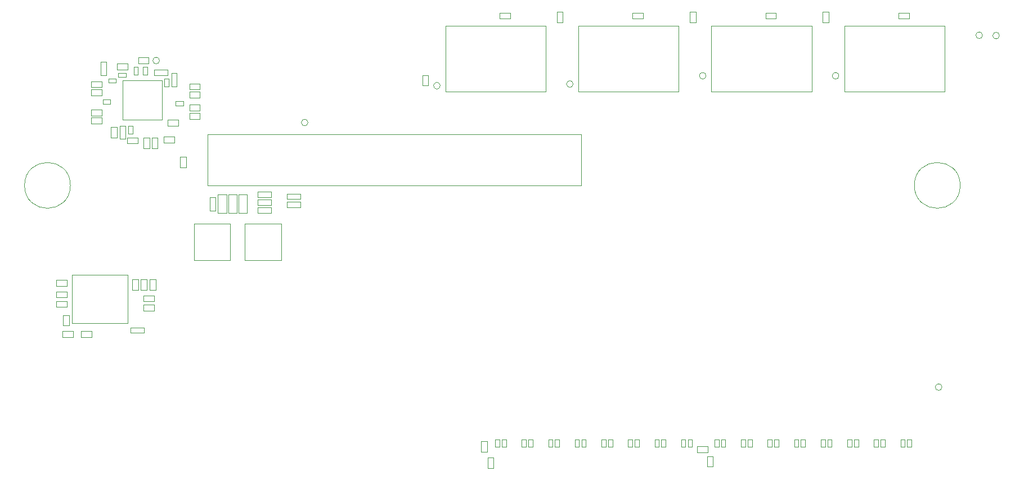
<source format=gbr>
%TF.GenerationSoftware,KiCad,Pcbnew,(5.1.5)-3*%
%TF.CreationDate,2022-02-01T02:21:16+01:00*%
%TF.ProjectId,Riser Leopard 2OU PCIe x8 4xOculink,52697365-7220-44c6-956f-706172642032,rev?*%
%TF.SameCoordinates,PX459e440PY54cbc38*%
%TF.FileFunction,Other,User*%
%FSLAX46Y46*%
G04 Gerber Fmt 4.6, Leading zero omitted, Abs format (unit mm)*
G04 Created by KiCad (PCBNEW (5.1.5)-3) date 2022-02-01 02:21:16*
%MOMM*%
%LPD*%
G04 APERTURE LIST*
%ADD10C,0.050000*%
%ADD11C,0.120000*%
%ADD12C,0.040000*%
%ADD13C,0.100000*%
G04 APERTURE END LIST*
D10*
%TO.C,R34*%
X14450000Y-16585000D02*
X16050000Y-16585000D01*
X14450000Y-16585000D02*
X14450000Y-17485000D01*
X16050000Y-17485000D02*
X16050000Y-16585000D01*
X16050000Y-17485000D02*
X14450000Y-17485000D01*
D11*
%TO.C,C1*%
X35200000Y-5735000D02*
X35200000Y-11235000D01*
X35200000Y-11235000D02*
X33900000Y-11235000D01*
X33900000Y-11235000D02*
X29700000Y-11235000D01*
X29700000Y-11235000D02*
X29700000Y-5735000D01*
X29700000Y-5735000D02*
X35200000Y-5735000D01*
D10*
%TO.C,C2*%
X31650000Y-985000D02*
X33650000Y-985000D01*
X31650000Y-985000D02*
X31650000Y-1785000D01*
X33650000Y-1785000D02*
X33650000Y-985000D01*
X33650000Y-1785000D02*
X31650000Y-1785000D01*
%TO.C,C3*%
X33650000Y-2960000D02*
X31650000Y-2960000D01*
X33650000Y-2960000D02*
X33650000Y-2160000D01*
X31650000Y-2160000D02*
X31650000Y-2960000D01*
X31650000Y-2160000D02*
X33650000Y-2160000D01*
%TO.C,C4*%
X33650000Y-4135000D02*
X31650000Y-4135000D01*
X33650000Y-4135000D02*
X33650000Y-3335000D01*
X31650000Y-3335000D02*
X31650000Y-4135000D01*
X31650000Y-3335000D02*
X33650000Y-3335000D01*
%TO.C,C5*%
X38050000Y-2085000D02*
X36050000Y-2085000D01*
X38050000Y-2085000D02*
X38050000Y-1285000D01*
X36050000Y-1285000D02*
X36050000Y-2085000D01*
X36050000Y-1285000D02*
X38050000Y-1285000D01*
%TO.C,C6*%
X36045001Y-2490001D02*
X38045001Y-2490001D01*
X36045001Y-2490001D02*
X36045001Y-3290001D01*
X38045001Y-3290001D02*
X38045001Y-2490001D01*
X38045001Y-3290001D02*
X36045001Y-3290001D01*
D11*
%TO.C,C7*%
X27525000Y-11235000D02*
X22025000Y-11235000D01*
X27525000Y-5735000D02*
X27525000Y-11235000D01*
X23325000Y-5735000D02*
X27525000Y-5735000D01*
X22025000Y-5735000D02*
X23325000Y-5735000D01*
X22025000Y-11235000D02*
X22025000Y-5735000D01*
D10*
%TO.C,C8*%
X30050000Y-1385000D02*
X30050000Y-4185000D01*
X30050000Y-1385000D02*
X28750000Y-1385000D01*
X28750000Y-4185000D02*
X30050000Y-4185000D01*
X28750000Y-4185000D02*
X28750000Y-1385000D01*
%TO.C,C9*%
X27200000Y-4185000D02*
X27200000Y-1385000D01*
X27200000Y-4185000D02*
X28500000Y-4185000D01*
X28500000Y-1385000D02*
X27200000Y-1385000D01*
X28500000Y-1385000D02*
X28500000Y-4185000D01*
%TO.C,C10*%
X26950000Y-1385000D02*
X26950000Y-4185000D01*
X26950000Y-1385000D02*
X25650000Y-1385000D01*
X25650000Y-4185000D02*
X26950000Y-4185000D01*
X25650000Y-4185000D02*
X25650000Y-1385000D01*
%TO.C,C11*%
X24475000Y-3785000D02*
X24475000Y-1785000D01*
X24475000Y-3785000D02*
X25275000Y-3785000D01*
X25275000Y-1785000D02*
X24475000Y-1785000D01*
X25275000Y-1785000D02*
X25275000Y-3785000D01*
%TO.C,C12*%
X84020000Y-38255000D02*
X84020000Y-39415000D01*
X84020000Y-38255000D02*
X83370000Y-38255000D01*
X83370000Y-39415000D02*
X84020000Y-39415000D01*
X83370000Y-39415000D02*
X83370000Y-38255000D01*
%TO.C,C13*%
X88020000Y-38255000D02*
X88020000Y-39415000D01*
X88020000Y-38255000D02*
X87370000Y-38255000D01*
X87370000Y-39415000D02*
X88020000Y-39415000D01*
X87370000Y-39415000D02*
X87370000Y-38255000D01*
%TO.C,C14*%
X92020000Y-38255000D02*
X92020000Y-39415000D01*
X92020000Y-38255000D02*
X91370000Y-38255000D01*
X91370000Y-39415000D02*
X92020000Y-39415000D01*
X91370000Y-39415000D02*
X91370000Y-38255000D01*
%TO.C,C15*%
X95370000Y-39415000D02*
X95370000Y-38255000D01*
X95370000Y-39415000D02*
X96020000Y-39415000D01*
X96020000Y-38255000D02*
X95370000Y-38255000D01*
X96020000Y-38255000D02*
X96020000Y-39415000D01*
%TO.C,C16*%
X84370000Y-39415000D02*
X84370000Y-38255000D01*
X84370000Y-39415000D02*
X85020000Y-39415000D01*
X85020000Y-38255000D02*
X84370000Y-38255000D01*
X85020000Y-38255000D02*
X85020000Y-39415000D01*
%TO.C,C17*%
X88370000Y-39415000D02*
X88370000Y-38255000D01*
X88370000Y-39415000D02*
X89020000Y-39415000D01*
X89020000Y-38255000D02*
X88370000Y-38255000D01*
X89020000Y-38255000D02*
X89020000Y-39415000D01*
%TO.C,C18*%
X92370000Y-39415000D02*
X92370000Y-38255000D01*
X92370000Y-39415000D02*
X93020000Y-39415000D01*
X93020000Y-38255000D02*
X92370000Y-38255000D01*
X93020000Y-38255000D02*
X93020000Y-39415000D01*
%TO.C,C19*%
X96370000Y-39415000D02*
X96370000Y-38255000D01*
X96370000Y-39415000D02*
X97020000Y-39415000D01*
X97020000Y-38255000D02*
X96370000Y-38255000D01*
X97020000Y-38255000D02*
X97020000Y-39415000D01*
%TO.C,C20*%
X68020000Y-38255000D02*
X68020000Y-39415000D01*
X68020000Y-38255000D02*
X67370000Y-38255000D01*
X67370000Y-39415000D02*
X68020000Y-39415000D01*
X67370000Y-39415000D02*
X67370000Y-38255000D01*
%TO.C,C21*%
X72020000Y-38255000D02*
X72020000Y-39415000D01*
X72020000Y-38255000D02*
X71370000Y-38255000D01*
X71370000Y-39415000D02*
X72020000Y-39415000D01*
X71370000Y-39415000D02*
X71370000Y-38255000D01*
%TO.C,C22*%
X76020000Y-38255000D02*
X76020000Y-39415000D01*
X76020000Y-38255000D02*
X75370000Y-38255000D01*
X75370000Y-39415000D02*
X76020000Y-39415000D01*
X75370000Y-39415000D02*
X75370000Y-38255000D01*
%TO.C,C23*%
X80020000Y-38255000D02*
X80020000Y-39415000D01*
X80020000Y-38255000D02*
X79370000Y-38255000D01*
X79370000Y-39415000D02*
X80020000Y-39415000D01*
X79370000Y-39415000D02*
X79370000Y-38255000D01*
%TO.C,C24*%
X68370000Y-39415000D02*
X68370000Y-38255000D01*
X68370000Y-39415000D02*
X69020000Y-39415000D01*
X69020000Y-38255000D02*
X68370000Y-38255000D01*
X69020000Y-38255000D02*
X69020000Y-39415000D01*
%TO.C,C25*%
X72370000Y-39415000D02*
X72370000Y-38255000D01*
X72370000Y-39415000D02*
X73020000Y-39415000D01*
X73020000Y-38255000D02*
X72370000Y-38255000D01*
X73020000Y-38255000D02*
X73020000Y-39415000D01*
%TO.C,C26*%
X76370000Y-39415000D02*
X76370000Y-38255000D01*
X76370000Y-39415000D02*
X77020000Y-39415000D01*
X77020000Y-38255000D02*
X76370000Y-38255000D01*
X77020000Y-38255000D02*
X77020000Y-39415000D01*
%TO.C,C27*%
X80370000Y-39415000D02*
X80370000Y-38255000D01*
X80370000Y-39415000D02*
X81020000Y-39415000D01*
X81020000Y-38255000D02*
X80370000Y-38255000D01*
X81020000Y-38255000D02*
X81020000Y-39415000D01*
%TO.C,C28*%
X117020000Y-38255000D02*
X117020000Y-39415000D01*
X117020000Y-38255000D02*
X116370000Y-38255000D01*
X116370000Y-39415000D02*
X117020000Y-39415000D01*
X116370000Y-39415000D02*
X116370000Y-38255000D01*
%TO.C,C29*%
X120370000Y-39415000D02*
X120370000Y-38255000D01*
X120370000Y-39415000D02*
X121020000Y-39415000D01*
X121020000Y-38255000D02*
X120370000Y-38255000D01*
X121020000Y-38255000D02*
X121020000Y-39415000D01*
%TO.C,C30*%
X124370000Y-39415000D02*
X124370000Y-38255000D01*
X124370000Y-39415000D02*
X125020000Y-39415000D01*
X125020000Y-38255000D02*
X124370000Y-38255000D01*
X125020000Y-38255000D02*
X125020000Y-39415000D01*
%TO.C,C31*%
X128370000Y-39415000D02*
X128370000Y-38255000D01*
X128370000Y-39415000D02*
X129020000Y-39415000D01*
X129020000Y-38255000D02*
X128370000Y-38255000D01*
X129020000Y-38255000D02*
X129020000Y-39415000D01*
%TO.C,C32*%
X118020000Y-38255000D02*
X118020000Y-39415000D01*
X118020000Y-38255000D02*
X117370000Y-38255000D01*
X117370000Y-39415000D02*
X118020000Y-39415000D01*
X117370000Y-39415000D02*
X117370000Y-38255000D01*
%TO.C,C33*%
X122020000Y-38255000D02*
X122020000Y-39415000D01*
X122020000Y-38255000D02*
X121370000Y-38255000D01*
X121370000Y-39415000D02*
X122020000Y-39415000D01*
X121370000Y-39415000D02*
X121370000Y-38255000D01*
%TO.C,C34*%
X126020000Y-38255000D02*
X126020000Y-39415000D01*
X126020000Y-38255000D02*
X125370000Y-38255000D01*
X125370000Y-39415000D02*
X126020000Y-39415000D01*
X125370000Y-39415000D02*
X125370000Y-38255000D01*
%TO.C,C35*%
X130020000Y-38255000D02*
X130020000Y-39415000D01*
X130020000Y-38255000D02*
X129370000Y-38255000D01*
X129370000Y-39415000D02*
X130020000Y-39415000D01*
X129370000Y-39415000D02*
X129370000Y-38255000D01*
%TO.C,C36*%
X100370000Y-39415000D02*
X100370000Y-38255000D01*
X100370000Y-39415000D02*
X101020000Y-39415000D01*
X101020000Y-38255000D02*
X100370000Y-38255000D01*
X101020000Y-38255000D02*
X101020000Y-39415000D01*
%TO.C,C37*%
X104370000Y-39415000D02*
X104370000Y-38255000D01*
X104370000Y-39415000D02*
X105020000Y-39415000D01*
X105020000Y-38255000D02*
X104370000Y-38255000D01*
X105020000Y-38255000D02*
X105020000Y-39415000D01*
%TO.C,C38*%
X108370000Y-39415000D02*
X108370000Y-38255000D01*
X108370000Y-39415000D02*
X109020000Y-39415000D01*
X109020000Y-38255000D02*
X108370000Y-38255000D01*
X109020000Y-38255000D02*
X109020000Y-39415000D01*
%TO.C,C39*%
X113020000Y-38255000D02*
X113020000Y-39415000D01*
X113020000Y-38255000D02*
X112370000Y-38255000D01*
X112370000Y-39415000D02*
X113020000Y-39415000D01*
X112370000Y-39415000D02*
X112370000Y-38255000D01*
%TO.C,C40*%
X102020000Y-38255000D02*
X102020000Y-39415000D01*
X102020000Y-38255000D02*
X101370000Y-38255000D01*
X101370000Y-39415000D02*
X102020000Y-39415000D01*
X101370000Y-39415000D02*
X101370000Y-38255000D01*
%TO.C,C41*%
X106020000Y-38255000D02*
X106020000Y-39415000D01*
X106020000Y-38255000D02*
X105370000Y-38255000D01*
X105370000Y-39415000D02*
X106020000Y-39415000D01*
X105370000Y-39415000D02*
X105370000Y-38255000D01*
%TO.C,C42*%
X110020000Y-38255000D02*
X110020000Y-39415000D01*
X110020000Y-38255000D02*
X109370000Y-38255000D01*
X109370000Y-39415000D02*
X110020000Y-39415000D01*
X109370000Y-39415000D02*
X109370000Y-38255000D01*
%TO.C,C43*%
X113370000Y-39415000D02*
X113370000Y-38255000D01*
X113370000Y-39415000D02*
X114020000Y-39415000D01*
X114020000Y-38255000D02*
X113370000Y-38255000D01*
X114020000Y-38255000D02*
X114020000Y-39415000D01*
%TO.C,C44*%
X12830000Y8945000D02*
X12830000Y7785000D01*
X12830000Y8945000D02*
X12180000Y8945000D01*
X12180000Y7785000D02*
X12830000Y7785000D01*
X12180000Y7785000D02*
X12180000Y8945000D01*
%TO.C,C45*%
X11830000Y16285000D02*
X10670000Y16285000D01*
X11830000Y16285000D02*
X11830000Y16935000D01*
X10670000Y16935000D02*
X10670000Y16285000D01*
X10670000Y16935000D02*
X11830000Y16935000D01*
%TO.C,C46*%
X15020000Y17845000D02*
X15020000Y16685000D01*
X15020000Y17845000D02*
X14370000Y17845000D01*
X14370000Y16685000D02*
X15020000Y16685000D01*
X14370000Y16685000D02*
X14370000Y17845000D01*
%TO.C,C47*%
X11700000Y8990000D02*
X11700000Y6990000D01*
X11700000Y8990000D02*
X10900000Y8990000D01*
X10900000Y6990000D02*
X11700000Y6990000D01*
X10900000Y6990000D02*
X10900000Y8990000D01*
%TO.C,C48*%
X18050000Y16615000D02*
X16050000Y16615000D01*
X18050000Y16615000D02*
X18050000Y17415000D01*
X16050000Y17415000D02*
X16050000Y16615000D01*
X16050000Y17415000D02*
X18050000Y17415000D01*
%TO.C,C49*%
X18675000Y14890000D02*
X18675000Y16890000D01*
X18675000Y14890000D02*
X19475000Y14890000D01*
X19475000Y16890000D02*
X18675000Y16890000D01*
X19475000Y16890000D02*
X19475000Y14890000D01*
%TO.C,C50*%
X8850000Y18615000D02*
X8850000Y16615000D01*
X8850000Y18615000D02*
X8050000Y18615000D01*
X8050000Y16615000D02*
X8850000Y16615000D01*
X8050000Y16615000D02*
X8050000Y18615000D01*
%TO.C,C51*%
X10330000Y15445000D02*
X9170000Y15445000D01*
X10330000Y15445000D02*
X10330000Y16095000D01*
X9170000Y16095000D02*
X9170000Y15445000D01*
X9170000Y16095000D02*
X10330000Y16095000D01*
%TO.C,C52*%
X19295000Y12685000D02*
X20455000Y12685000D01*
X19295000Y12685000D02*
X19295000Y12035000D01*
X20455000Y12035000D02*
X20455000Y12685000D01*
X20455000Y12035000D02*
X19295000Y12035000D01*
%TO.C,C53*%
X12980000Y16685000D02*
X12980000Y17845000D01*
X12980000Y16685000D02*
X13630000Y16685000D01*
X13630000Y17845000D02*
X12980000Y17845000D01*
X13630000Y17845000D02*
X13630000Y16685000D01*
%TO.C,C54*%
X8320000Y12945000D02*
X9480000Y12945000D01*
X8320000Y12945000D02*
X8320000Y12295000D01*
X9480000Y12295000D02*
X9480000Y12945000D01*
X9480000Y12295000D02*
X8320000Y12295000D01*
%TO.C,C55*%
X18255000Y16070000D02*
X18255000Y14910000D01*
X18255000Y16070000D02*
X17605000Y16070000D01*
X17605000Y14910000D02*
X18255000Y14910000D01*
X17605000Y14910000D02*
X17605000Y16070000D01*
%TO.C,C56*%
X14500000Y-22235000D02*
X12500000Y-22235000D01*
X14500000Y-22235000D02*
X14500000Y-21435000D01*
X12500000Y-21435000D02*
X12500000Y-22235000D01*
X12500000Y-21435000D02*
X14500000Y-21435000D01*
D11*
%TO.C,J2*%
X82000000Y24015000D02*
X79900000Y24015000D01*
X79900000Y24015000D02*
X79900000Y14115000D01*
X79900000Y14115000D02*
X95000000Y14115000D01*
X95000000Y14115000D02*
X95000000Y24015000D01*
X95000000Y24015000D02*
X82000000Y24015000D01*
%TO.C,J3*%
X75000000Y24015000D02*
X62000000Y24015000D01*
X75000000Y14115000D02*
X75000000Y24015000D01*
X59900000Y14115000D02*
X75000000Y14115000D01*
X59900000Y24015000D02*
X59900000Y14115000D01*
X62000000Y24015000D02*
X59900000Y24015000D01*
%TO.C,J4*%
X135000000Y24015000D02*
X122000000Y24015000D01*
X135000000Y14115000D02*
X135000000Y24015000D01*
X119900000Y14115000D02*
X135000000Y14115000D01*
X119900000Y24015000D02*
X119900000Y14115000D01*
X122000000Y24015000D02*
X119900000Y24015000D01*
%TO.C,J5*%
X102000000Y24015000D02*
X99900000Y24015000D01*
X99900000Y24015000D02*
X99900000Y14115000D01*
X99900000Y14115000D02*
X115000000Y14115000D01*
X115000000Y14115000D02*
X115000000Y24015000D01*
X115000000Y24015000D02*
X102000000Y24015000D01*
D10*
%TO.C,R1*%
X66250000Y-42635000D02*
X66250000Y-41035000D01*
X66250000Y-42635000D02*
X67150000Y-42635000D01*
X67150000Y-41035000D02*
X66250000Y-41035000D01*
X67150000Y-41035000D02*
X67150000Y-42635000D01*
%TO.C,R2*%
X99350000Y-40235000D02*
X97750000Y-40235000D01*
X99350000Y-40235000D02*
X99350000Y-39335000D01*
X97750000Y-39335000D02*
X97750000Y-40235000D01*
X97750000Y-39335000D02*
X99350000Y-39335000D01*
%TO.C,R3*%
X19950000Y2715000D02*
X19950000Y4315000D01*
X19950000Y2715000D02*
X20850000Y2715000D01*
X20850000Y4315000D02*
X19950000Y4315000D01*
X20850000Y4315000D02*
X20850000Y2715000D01*
%TO.C,R4*%
X99250000Y-42385000D02*
X99250000Y-40785000D01*
X99250000Y-42385000D02*
X100150000Y-42385000D01*
X100150000Y-40785000D02*
X99250000Y-40785000D01*
X100150000Y-40785000D02*
X100150000Y-42385000D01*
%TO.C,R5*%
X66150000Y-38535000D02*
X66150000Y-40135000D01*
X66150000Y-38535000D02*
X65250000Y-38535000D01*
X65250000Y-40135000D02*
X66150000Y-40135000D01*
X65250000Y-40135000D02*
X65250000Y-38535000D01*
%TO.C,R6*%
X77550000Y26165000D02*
X77550000Y24565000D01*
X77550000Y26165000D02*
X76650000Y26165000D01*
X76650000Y24565000D02*
X77550000Y24565000D01*
X76650000Y24565000D02*
X76650000Y26165000D01*
%TO.C,R7*%
X56400000Y15015000D02*
X56400000Y16615000D01*
X56400000Y15015000D02*
X57300000Y15015000D01*
X57300000Y16615000D02*
X56400000Y16615000D01*
X57300000Y16615000D02*
X57300000Y15015000D01*
%TO.C,R8*%
X88050000Y26015000D02*
X89650000Y26015000D01*
X88050000Y26015000D02*
X88050000Y25115000D01*
X89650000Y25115000D02*
X89650000Y26015000D01*
X89650000Y25115000D02*
X88050000Y25115000D01*
%TO.C,R9*%
X68050000Y26015000D02*
X69650000Y26015000D01*
X68050000Y26015000D02*
X68050000Y25115000D01*
X69650000Y25115000D02*
X69650000Y26015000D01*
X69650000Y25115000D02*
X68050000Y25115000D01*
%TO.C,R10*%
X116650000Y24565000D02*
X116650000Y26165000D01*
X116650000Y24565000D02*
X117550000Y24565000D01*
X117550000Y26165000D02*
X116650000Y26165000D01*
X117550000Y26165000D02*
X117550000Y24565000D01*
%TO.C,R11*%
X96650000Y24565000D02*
X96650000Y26165000D01*
X96650000Y24565000D02*
X97550000Y24565000D01*
X97550000Y26165000D02*
X96650000Y26165000D01*
X97550000Y26165000D02*
X97550000Y24565000D01*
%TO.C,R12*%
X129650000Y25115000D02*
X128050000Y25115000D01*
X129650000Y25115000D02*
X129650000Y26015000D01*
X128050000Y26015000D02*
X128050000Y25115000D01*
X128050000Y26015000D02*
X129650000Y26015000D01*
%TO.C,R13*%
X108050000Y26015000D02*
X109650000Y26015000D01*
X108050000Y26015000D02*
X108050000Y25115000D01*
X109650000Y25115000D02*
X109650000Y26015000D01*
X109650000Y25115000D02*
X108050000Y25115000D01*
%TO.C,R14*%
X19725000Y8965000D02*
X18125000Y8965000D01*
X19725000Y8965000D02*
X19725000Y9865000D01*
X18125000Y9865000D02*
X18125000Y8965000D01*
X18125000Y9865000D02*
X19725000Y9865000D01*
%TO.C,R15*%
X14450000Y5590000D02*
X14450000Y7190000D01*
X14450000Y5590000D02*
X15350000Y5590000D01*
X15350000Y7190000D02*
X14450000Y7190000D01*
X15350000Y7190000D02*
X15350000Y5590000D01*
%TO.C,R16*%
X16575000Y7190000D02*
X16575000Y5590000D01*
X16575000Y7190000D02*
X15675000Y7190000D01*
X15675000Y5590000D02*
X16575000Y5590000D01*
X15675000Y5590000D02*
X15675000Y7190000D01*
%TO.C,R17*%
X10450000Y18365000D02*
X12050000Y18365000D01*
X10450000Y18365000D02*
X10450000Y17465000D01*
X12050000Y17465000D02*
X12050000Y18365000D01*
X12050000Y17465000D02*
X10450000Y17465000D01*
%TO.C,R18*%
X12025000Y7215000D02*
X13625000Y7215000D01*
X12025000Y7215000D02*
X12025000Y6315000D01*
X13625000Y6315000D02*
X13625000Y7215000D01*
X13625000Y6315000D02*
X12025000Y6315000D01*
%TO.C,R19*%
X17475000Y7315000D02*
X19075000Y7315000D01*
X17475000Y7315000D02*
X17475000Y6415000D01*
X19075000Y6415000D02*
X19075000Y7315000D01*
X19075000Y6415000D02*
X17475000Y6415000D01*
%TO.C,R20*%
X15250000Y18365000D02*
X13650000Y18365000D01*
X15250000Y18365000D02*
X15250000Y19265000D01*
X13650000Y19265000D02*
X13650000Y18365000D01*
X13650000Y19265000D02*
X15250000Y19265000D01*
%TO.C,R21*%
X10425000Y8790000D02*
X10425000Y7190000D01*
X10425000Y8790000D02*
X9525000Y8790000D01*
X9525000Y7190000D02*
X10425000Y7190000D01*
X9525000Y7190000D02*
X9525000Y8790000D01*
%TO.C,R22*%
X8200000Y14765000D02*
X6600000Y14765000D01*
X8200000Y14765000D02*
X8200000Y15665000D01*
X6600000Y15665000D02*
X6600000Y14765000D01*
X6600000Y15665000D02*
X8200000Y15665000D01*
%TO.C,R23*%
X6600000Y14440000D02*
X8200000Y14440000D01*
X6600000Y14440000D02*
X6600000Y13540000D01*
X8200000Y13540000D02*
X8200000Y14440000D01*
X8200000Y13540000D02*
X6600000Y13540000D01*
%TO.C,R24*%
X8200000Y10515000D02*
X6600000Y10515000D01*
X8200000Y10515000D02*
X8200000Y11415000D01*
X6600000Y11415000D02*
X6600000Y10515000D01*
X6600000Y11415000D02*
X8200000Y11415000D01*
%TO.C,R25*%
X6600000Y10190000D02*
X8200000Y10190000D01*
X6600000Y10190000D02*
X6600000Y9290000D01*
X8200000Y9290000D02*
X8200000Y10190000D01*
X8200000Y9290000D02*
X6600000Y9290000D01*
%TO.C,R26*%
X22950000Y11240000D02*
X21350000Y11240000D01*
X22950000Y11240000D02*
X22950000Y12140000D01*
X21350000Y12140000D02*
X21350000Y11240000D01*
X21350000Y12140000D02*
X22950000Y12140000D01*
%TO.C,R27*%
X21350000Y10915000D02*
X22950000Y10915000D01*
X21350000Y10915000D02*
X21350000Y10015000D01*
X22950000Y10015000D02*
X22950000Y10915000D01*
X22950000Y10015000D02*
X21350000Y10015000D01*
%TO.C,R28*%
X22950000Y14440000D02*
X21350000Y14440000D01*
X22950000Y14440000D02*
X22950000Y15340000D01*
X21350000Y15340000D02*
X21350000Y14440000D01*
X21350000Y15340000D02*
X22950000Y15340000D01*
%TO.C,R29*%
X21350000Y14115000D02*
X22950000Y14115000D01*
X21350000Y14115000D02*
X21350000Y13215000D01*
X22950000Y13215000D02*
X22950000Y14115000D01*
X22950000Y13215000D02*
X21350000Y13215000D01*
%TO.C,R30*%
X16300000Y-14185000D02*
X16300000Y-15785000D01*
X16300000Y-14185000D02*
X15400000Y-14185000D01*
X15400000Y-15785000D02*
X16300000Y-15785000D01*
X15400000Y-15785000D02*
X15400000Y-14185000D01*
%TO.C,R31*%
X14950000Y-14185000D02*
X14950000Y-15785000D01*
X14950000Y-14185000D02*
X14050000Y-14185000D01*
X14050000Y-15785000D02*
X14950000Y-15785000D01*
X14050000Y-15785000D02*
X14050000Y-14185000D01*
%TO.C,R32*%
X13650000Y-14185000D02*
X13650000Y-15785000D01*
X13650000Y-14185000D02*
X12750000Y-14185000D01*
X12750000Y-15785000D02*
X13650000Y-15785000D01*
X12750000Y-15785000D02*
X12750000Y-14185000D01*
%TO.C,R33*%
X14450000Y-17985000D02*
X16050000Y-17985000D01*
X14450000Y-17985000D02*
X14450000Y-18885000D01*
X16050000Y-18885000D02*
X16050000Y-17985000D01*
X16050000Y-18885000D02*
X14450000Y-18885000D01*
%TO.C,R35*%
X1350000Y-17435000D02*
X2950000Y-17435000D01*
X1350000Y-17435000D02*
X1350000Y-18335000D01*
X2950000Y-18335000D02*
X2950000Y-17435000D01*
X2950000Y-18335000D02*
X1350000Y-18335000D01*
%TO.C,R36*%
X2350000Y-21135000D02*
X2350000Y-19535000D01*
X2350000Y-21135000D02*
X3250000Y-21135000D01*
X3250000Y-19535000D02*
X2350000Y-19535000D01*
X3250000Y-19535000D02*
X3250000Y-21135000D01*
%TO.C,R37*%
X2950000Y-15135000D02*
X1350000Y-15135000D01*
X2950000Y-15135000D02*
X2950000Y-14235000D01*
X1350000Y-14235000D02*
X1350000Y-15135000D01*
X1350000Y-14235000D02*
X2950000Y-14235000D01*
%TO.C,R38*%
X2950000Y-16885000D02*
X1350000Y-16885000D01*
X2950000Y-16885000D02*
X2950000Y-15985000D01*
X1350000Y-15985000D02*
X1350000Y-16885000D01*
X1350000Y-15985000D02*
X2950000Y-15985000D01*
%TO.C,R39*%
X6650000Y-22885000D02*
X5050000Y-22885000D01*
X6650000Y-22885000D02*
X6650000Y-21985000D01*
X5050000Y-21985000D02*
X5050000Y-22885000D01*
X5050000Y-21985000D02*
X6650000Y-21985000D01*
%TO.C,R40*%
X2250000Y-21985000D02*
X3850000Y-21985000D01*
X2250000Y-21985000D02*
X2250000Y-22885000D01*
X3850000Y-22885000D02*
X3850000Y-21985000D01*
X3850000Y-22885000D02*
X2250000Y-22885000D01*
D12*
%TO.C,TP1*%
X134600000Y-30385000D02*
G75*
G03X134600000Y-30385000I-500000J0D01*
G01*
%TO.C,TP2*%
X39200000Y9465000D02*
G75*
G03X39200000Y9465000I-500000J0D01*
G01*
%TO.C,TP3*%
X79100000Y15265000D02*
G75*
G03X79100000Y15265000I-500000J0D01*
G01*
%TO.C,TP4*%
X59100000Y15015000D02*
G75*
G03X59100000Y15015000I-500000J0D01*
G01*
%TO.C,TP5*%
X119100000Y16515000D02*
G75*
G03X119100000Y16515000I-500000J0D01*
G01*
%TO.C,TP6*%
X140700000Y22615000D02*
G75*
G03X140700000Y22615000I-500000J0D01*
G01*
%TO.C,TP8*%
X99100000Y16515000D02*
G75*
G03X99100000Y16515000I-500000J0D01*
G01*
%TO.C,TP9*%
X143250000Y22565000D02*
G75*
G03X143250000Y22565000I-500000J0D01*
G01*
%TO.C,TP11*%
X16850000Y18815000D02*
G75*
G03X16850000Y18815000I-500000J0D01*
G01*
D10*
%TO.C,U2*%
X11300000Y9915000D02*
X11300000Y15815000D01*
X17200000Y9915000D02*
X11300000Y9915000D01*
X17200000Y15815000D02*
X17200000Y9915000D01*
X11300000Y15815000D02*
X17200000Y15815000D01*
D13*
%TO.C,J6*%
X80340000Y7695000D02*
X24140000Y7695000D01*
X24140000Y-5000D02*
X80340000Y-5000D01*
X80340000Y-5000D02*
X80340000Y7695000D01*
X24140000Y7695000D02*
X24140000Y-5000D01*
D10*
%TO.C,H1*%
X3450000Y0D02*
G75*
G03X3450000Y0I-3450000J0D01*
G01*
%TO.C,H2*%
X137350000Y0D02*
G75*
G03X137350000Y0I-3450000J0D01*
G01*
%TO.C,U3*%
X3700000Y-13485000D02*
X3700000Y-20785000D01*
X12100000Y-13485000D02*
X12100000Y-20785000D01*
X12100000Y-20785000D02*
X3700000Y-20785000D01*
X12100000Y-13485000D02*
X3700000Y-13485000D01*
%TD*%
M02*

</source>
